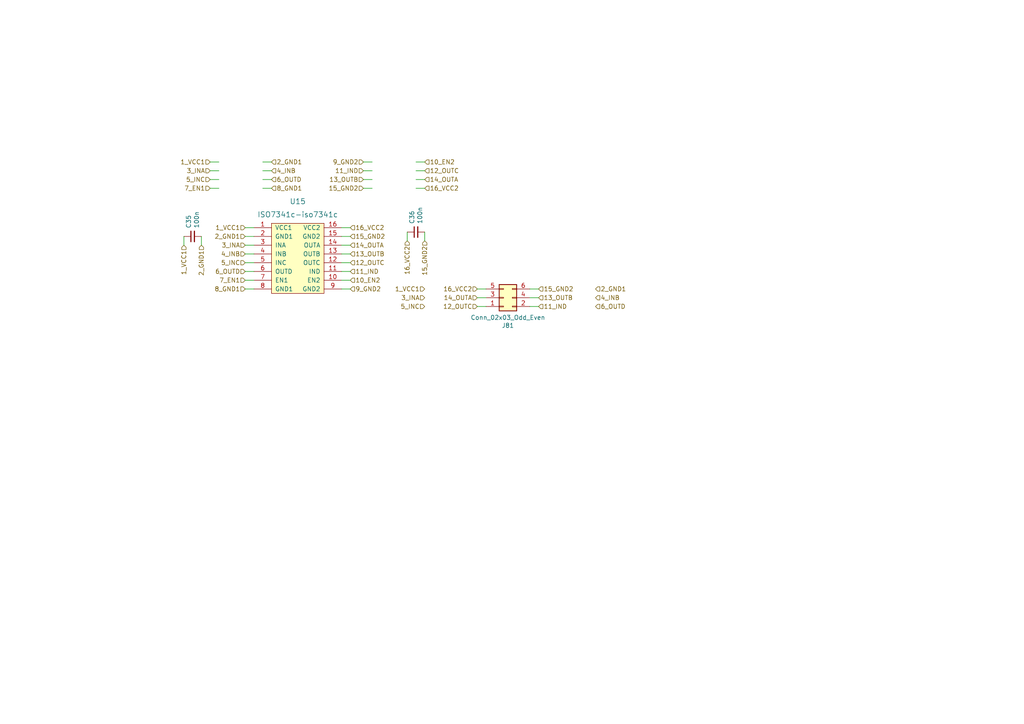
<source format=kicad_sch>
(kicad_sch (version 20210621) (generator eeschema)
  (paper "A4")
  (lib_symbols
    (symbol "FreeEEG32-ads131-rescue:C_Small-Device" (pin_numbers hide) (pin_names (offset 0.254) hide)
      (property "Reference" "C" (at 0.254 1.778 0))
      (property "Value" "C_Small-Device" (at 0.254 -2.032 0))
      (symbol "C_Small-Device_0_1"
        (polyline (pts (xy -1.524 -0.508) (xy 1.524 -0.508)) (stroke (width 0.3302)))
        (polyline (pts (xy -1.524 0.508) (xy 1.524 0.508)) (stroke (width 0.3048)))
      )
      (symbol "C_Small-Device_1_1"
        (pin passive line (at 0 2.54 270) (length 2.032) (name "~") (number "1"))
        (pin passive line (at 0 -2.54 90) (length 2.032) (name "~") (number "2"))
      )
    )
    (symbol "FreeEEG32-ads131-rescue:Conn_02x03_Odd_Even-Connector_Generic" (pin_names (offset 1.016) hide)
      (property "Reference" "J" (at 1.27 5.08 0))
      (property "Value" "Conn_02x03_Odd_Even-Connector_Generic" (at 1.27 -5.08 0))
      (symbol "Conn_02x03_Odd_Even-Connector_Generic_1_1"
        (rectangle (start -1.27 -2.413) (end 0 -2.667) (stroke (width 0.1524)))
        (rectangle (start -1.27 0.127) (end 0 -0.127) (stroke (width 0.1524)))
        (rectangle (start -1.27 2.667) (end 0 2.413) (stroke (width 0.1524)))
        (rectangle (start 3.81 -2.413) (end 2.54 -2.667) (stroke (width 0.1524)))
        (rectangle (start 3.81 0.127) (end 2.54 -0.127) (stroke (width 0.1524)))
        (rectangle (start 3.81 2.667) (end 2.54 2.413) (stroke (width 0.1524)))
        (rectangle (start -1.27 3.81) (end 3.81 -3.81) (stroke (width 0.254)) (fill (type background)))
        (pin passive line (at -5.08 2.54 0) (length 3.81) (name "Pin_1") (number "1"))
        (pin passive line (at 7.62 2.54 180) (length 3.81) (name "Pin_2") (number "2"))
        (pin passive line (at -5.08 0 0) (length 3.81) (name "Pin_3") (number "3"))
        (pin passive line (at 7.62 0 180) (length 3.81) (name "Pin_4") (number "4"))
        (pin passive line (at -5.08 -2.54 0) (length 3.81) (name "Pin_5") (number "5"))
        (pin passive line (at 7.62 -2.54 180) (length 3.81) (name "Pin_6") (number "6"))
      )
    )
    (symbol "ads131:ISO7341c-iso7341c" (pin_names (offset 1.016))
      (property "Reference" "U" (at 0 0 0))
      (property "Value" "ISO7341c-iso7341c" (at 0 11.43 0))
      (symbol "ISO7341c-iso7341c_0_1"
        (rectangle (start -7.62 10.16) (end 7.62 -10.16) (fill (type background)))
      )
      (symbol "ISO7341c-iso7341c_1_1"
        (pin power_in line (at -12.7 8.89 0) (length 5.08) (name "VCC1") (number "1"))
        (pin input line (at 12.7 -6.35 180) (length 5.08) (name "EN2") (number "10"))
        (pin input line (at 12.7 -3.81 180) (length 5.08) (name "IND") (number "11"))
        (pin output line (at 12.7 -1.27 180) (length 5.08) (name "OUTC") (number "12"))
        (pin output line (at 12.7 1.27 180) (length 5.08) (name "OUTB") (number "13"))
        (pin output line (at 12.7 3.81 180) (length 5.08) (name "OUTA") (number "14"))
        (pin power_in line (at 12.7 6.35 180) (length 5.08) (name "GND2") (number "15"))
        (pin power_in line (at 12.7 8.89 180) (length 5.08) (name "VCC2") (number "16"))
        (pin power_in line (at -12.7 6.35 0) (length 5.08) (name "GND1") (number "2"))
        (pin input line (at -12.7 3.81 0) (length 5.08) (name "INA") (number "3"))
        (pin input line (at -12.7 1.27 0) (length 5.08) (name "INB") (number "4"))
        (pin input line (at -12.7 -1.27 0) (length 5.08) (name "INC") (number "5"))
        (pin output line (at -12.7 -3.81 0) (length 5.08) (name "OUTD") (number "6"))
        (pin input line (at -12.7 -6.35 0) (length 5.08) (name "EN1") (number "7"))
        (pin power_in line (at -12.7 -8.89 0) (length 5.08) (name "GND1") (number "8"))
        (pin power_in line (at 12.7 -8.89 180) (length 5.08) (name "GND2") (number "9"))
      )
    )
  )
  (wire (pts (xy 53.34 71.12) (xy 53.34 68.58)))
  (wire (pts (xy 58.42 71.12) (xy 58.42 68.58)))
  (wire (pts (xy 60.96 46.99) (xy 63.5 46.99)))
  (wire (pts (xy 60.96 49.53) (xy 63.5 49.53)))
  (wire (pts (xy 60.96 52.07) (xy 63.5 52.07)))
  (wire (pts (xy 60.96 54.61) (xy 63.5 54.61)))
  (wire (pts (xy 71.12 66.04) (xy 73.66 66.04)))
  (wire (pts (xy 71.12 68.58) (xy 73.66 68.58)))
  (wire (pts (xy 71.12 71.12) (xy 73.66 71.12)))
  (wire (pts (xy 71.12 73.66) (xy 73.66 73.66)))
  (wire (pts (xy 71.12 76.2) (xy 73.66 76.2)))
  (wire (pts (xy 71.12 78.74) (xy 73.66 78.74)))
  (wire (pts (xy 71.12 81.28) (xy 73.66 81.28)))
  (wire (pts (xy 71.12 83.82) (xy 73.66 83.82)))
  (wire (pts (xy 78.74 46.99) (xy 76.2 46.99)))
  (wire (pts (xy 78.74 49.53) (xy 76.2 49.53)))
  (wire (pts (xy 78.74 52.07) (xy 76.2 52.07)))
  (wire (pts (xy 78.74 54.61) (xy 76.2 54.61)))
  (wire (pts (xy 101.6 66.04) (xy 99.06 66.04)))
  (wire (pts (xy 101.6 68.58) (xy 99.06 68.58)))
  (wire (pts (xy 101.6 71.12) (xy 99.06 71.12)))
  (wire (pts (xy 101.6 73.66) (xy 99.06 73.66)))
  (wire (pts (xy 101.6 76.2) (xy 99.06 76.2)))
  (wire (pts (xy 101.6 78.74) (xy 99.06 78.74)))
  (wire (pts (xy 101.6 81.28) (xy 99.06 81.28)))
  (wire (pts (xy 101.6 83.82) (xy 99.06 83.82)))
  (wire (pts (xy 105.41 46.99) (xy 107.95 46.99)))
  (wire (pts (xy 105.41 49.53) (xy 107.95 49.53)))
  (wire (pts (xy 105.41 52.07) (xy 107.95 52.07)))
  (wire (pts (xy 105.41 54.61) (xy 107.95 54.61)))
  (wire (pts (xy 118.11 69.85) (xy 118.11 67.31)))
  (wire (pts (xy 123.19 46.99) (xy 120.65 46.99)))
  (wire (pts (xy 123.19 49.53) (xy 120.65 49.53)))
  (wire (pts (xy 123.19 52.07) (xy 120.65 52.07)))
  (wire (pts (xy 123.19 54.61) (xy 120.65 54.61)))
  (wire (pts (xy 123.19 69.85) (xy 123.19 67.31)))
  (wire (pts (xy 138.43 83.82) (xy 140.97 83.82)))
  (wire (pts (xy 138.43 86.36) (xy 140.97 86.36)))
  (wire (pts (xy 138.43 88.9) (xy 140.97 88.9)))
  (wire (pts (xy 156.21 83.82) (xy 153.67 83.82)))
  (wire (pts (xy 156.21 86.36) (xy 153.67 86.36)))
  (wire (pts (xy 156.21 88.9) (xy 153.67 88.9)))
  (hierarchical_label "1_VCC1" (shape input) (at 53.34 71.12 270))
  (hierarchical_label "2_GND1" (shape input) (at 58.42 71.12 270))
  (hierarchical_label "1_VCC1" (shape input) (at 60.96 46.99 180))
  (hierarchical_label "3_INA" (shape input) (at 60.96 49.53 180))
  (hierarchical_label "5_INC" (shape input) (at 60.96 52.07 180))
  (hierarchical_label "7_EN1" (shape input) (at 60.96 54.61 180))
  (hierarchical_label "1_VCC1" (shape input) (at 71.12 66.04 180))
  (hierarchical_label "2_GND1" (shape input) (at 71.12 68.58 180))
  (hierarchical_label "3_INA" (shape input) (at 71.12 71.12 180))
  (hierarchical_label "4_INB" (shape input) (at 71.12 73.66 180))
  (hierarchical_label "5_INC" (shape input) (at 71.12 76.2 180))
  (hierarchical_label "6_OUTD" (shape input) (at 71.12 78.74 180))
  (hierarchical_label "7_EN1" (shape input) (at 71.12 81.28 180))
  (hierarchical_label "8_GND1" (shape input) (at 71.12 83.82 180))
  (hierarchical_label "2_GND1" (shape input) (at 78.74 46.99 0))
  (hierarchical_label "4_INB" (shape input) (at 78.74 49.53 0))
  (hierarchical_label "6_OUTD" (shape input) (at 78.74 52.07 0))
  (hierarchical_label "8_GND1" (shape input) (at 78.74 54.61 0))
  (hierarchical_label "16_VCC2" (shape input) (at 101.6 66.04 0))
  (hierarchical_label "15_GND2" (shape input) (at 101.6 68.58 0))
  (hierarchical_label "14_OUTA" (shape input) (at 101.6 71.12 0))
  (hierarchical_label "13_OUTB" (shape input) (at 101.6 73.66 0))
  (hierarchical_label "12_OUTC" (shape input) (at 101.6 76.2 0))
  (hierarchical_label "11_IND" (shape input) (at 101.6 78.74 0))
  (hierarchical_label "10_EN2" (shape input) (at 101.6 81.28 0))
  (hierarchical_label "9_GND2" (shape input) (at 101.6 83.82 0))
  (hierarchical_label "9_GND2" (shape input) (at 105.41 46.99 180))
  (hierarchical_label "11_IND" (shape input) (at 105.41 49.53 180))
  (hierarchical_label "13_OUTB" (shape input) (at 105.41 52.07 180))
  (hierarchical_label "15_GND2" (shape input) (at 105.41 54.61 180))
  (hierarchical_label "16_VCC2" (shape input) (at 118.11 69.85 270))
  (hierarchical_label "10_EN2" (shape input) (at 123.19 46.99 0))
  (hierarchical_label "12_OUTC" (shape input) (at 123.19 49.53 0))
  (hierarchical_label "14_OUTA" (shape input) (at 123.19 52.07 0))
  (hierarchical_label "16_VCC2" (shape input) (at 123.19 54.61 0))
  (hierarchical_label "15_GND2" (shape input) (at 123.19 69.85 270))
  (hierarchical_label "1_VCC1" (shape input) (at 123.19 83.82 180))
  (hierarchical_label "3_INA" (shape input) (at 123.19 86.36 180))
  (hierarchical_label "5_INC" (shape input) (at 123.19 88.9 180))
  (hierarchical_label "16_VCC2" (shape input) (at 138.43 83.82 180))
  (hierarchical_label "14_OUTA" (shape input) (at 138.43 86.36 180))
  (hierarchical_label "12_OUTC" (shape input) (at 138.43 88.9 180))
  (hierarchical_label "15_GND2" (shape input) (at 156.21 83.82 0))
  (hierarchical_label "13_OUTB" (shape input) (at 156.21 86.36 0))
  (hierarchical_label "11_IND" (shape input) (at 156.21 88.9 0))
  (hierarchical_label "2_GND1" (shape input) (at 172.72 83.82 0))
  (hierarchical_label "4_INB" (shape input) (at 172.72 86.36 0))
  (hierarchical_label "6_OUTD" (shape input) (at 172.72 88.9 0))
  (symbol (lib_id "FreeEEG32-ads131-rescue:C_Small-Device") (at 55.88 68.58 90) (unit 1)
    (property "Reference" "C35" (at 54.7116 66.2432 0) (effects (justify left)))
    (property "Value" "100n" (at 57.023 66.2432 0) (effects (justify left)))
    (property "Footprint" "Capacitor_SMD:C_0402_1005Metric" (effects hide))
    (property "MNP" "CL05B104KO5NNNC" (effects hide))
  )
  (symbol (lib_id "FreeEEG32-ads131-rescue:C_Small-Device") (at 120.65 67.31 90) (unit 1)
    (property "Reference" "C36" (at 119.4816 64.9732 0) (effects (justify left)))
    (property "Value" "100n" (at 121.793 64.9732 0) (effects (justify left)))
    (property "Footprint" "Capacitor_SMD:C_0402_1005Metric" (effects hide))
    (property "MNP" "CL05B104KO5NNNC" (effects hide))
  )
  (symbol (lib_id "FreeEEG32-ads131-rescue:Conn_02x03_Odd_Even-Connector_Generic") (at 146.05 86.36 0) (mirror x) (unit 1)
    (property "Reference" "J81" (at 147.32 94.4118 0))
    (property "Value" "Conn_02x03_Odd_Even" (at 147.32 92.1004 0))
    (property "Footprint" "Connector_PinHeader_2.54mm:PinHeader_2x03_P2.54mm_Horizontal" (effects hide))
    (property "MNP" "PREC003DBAN-M71RC" (effects hide))
  )
  (symbol (lib_id "ads131:ISO7341c-iso7341c") (at 86.36 74.93 0) (unit 1)
    (property "Reference" "U15" (at 86.36 58.42 0) (effects (font (size 1.524 1.524))))
    (property "Value" "ISO7341c-iso7341c" (at 86.36 62.23 0) (effects (font (size 1.524 1.524))))
  )
)
</source>
